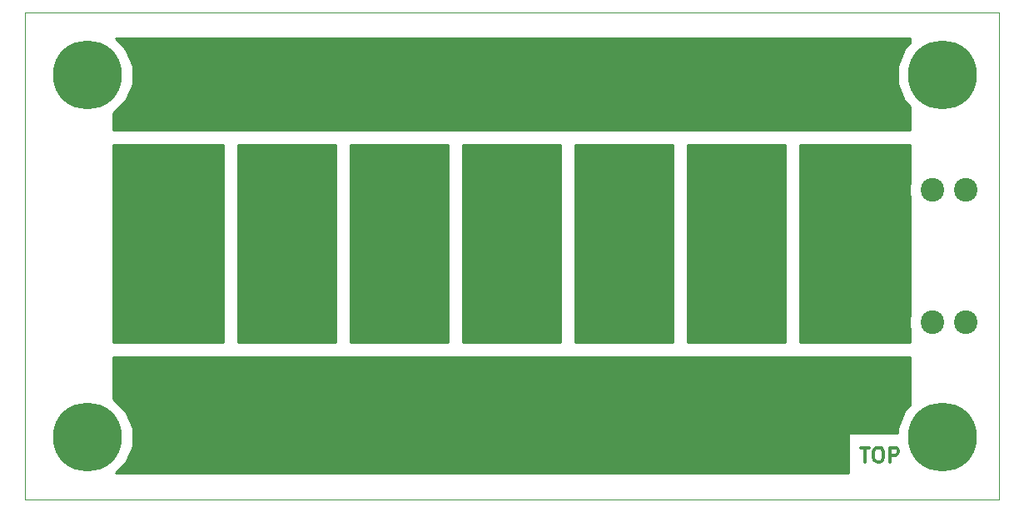
<source format=gbr>
G04 #@! TF.FileFunction,Copper,L1,Top,Signal*
%FSLAX46Y46*%
G04 Gerber Fmt 4.6, Leading zero omitted, Abs format (unit mm)*
G04 Created by KiCad (PCBNEW 4.0.6) date 06/22/17 12:13:26*
%MOMM*%
%LPD*%
G01*
G04 APERTURE LIST*
%ADD10C,0.100000*%
%ADD11C,0.300000*%
%ADD12C,7.000000*%
%ADD13C,2.400000*%
%ADD14C,4.572000*%
%ADD15C,0.250000*%
%ADD16C,0.254000*%
G04 APERTURE END LIST*
D10*
D11*
X176470714Y-121733571D02*
X177327857Y-121733571D01*
X176899286Y-123233571D02*
X176899286Y-121733571D01*
X178113571Y-121733571D02*
X178399285Y-121733571D01*
X178542143Y-121805000D01*
X178685000Y-121947857D01*
X178756428Y-122233571D01*
X178756428Y-122733571D01*
X178685000Y-123019286D01*
X178542143Y-123162143D01*
X178399285Y-123233571D01*
X178113571Y-123233571D01*
X177970714Y-123162143D01*
X177827857Y-123019286D01*
X177756428Y-122733571D01*
X177756428Y-122233571D01*
X177827857Y-121947857D01*
X177970714Y-121805000D01*
X178113571Y-121733571D01*
X179399286Y-123233571D02*
X179399286Y-121733571D01*
X179970714Y-121733571D01*
X180113572Y-121805000D01*
X180185000Y-121876429D01*
X180256429Y-122019286D01*
X180256429Y-122233571D01*
X180185000Y-122376429D01*
X180113572Y-122447857D01*
X179970714Y-122519286D01*
X179399286Y-122519286D01*
D10*
X91440000Y-77470000D02*
X97790000Y-77470000D01*
X97790000Y-127000000D02*
X91440000Y-127000000D01*
X184150000Y-127000000D02*
X190500000Y-127000000D01*
X184150000Y-77470000D02*
X190500000Y-77470000D01*
X91440000Y-127000000D02*
X91440000Y-77470000D01*
X184150000Y-127000000D02*
X97790000Y-127000000D01*
X190500000Y-77470000D02*
X190500000Y-127000000D01*
X97790000Y-77470000D02*
X184150000Y-77470000D01*
D12*
X184785000Y-83820000D03*
X97790000Y-83820000D03*
X97790000Y-120650000D03*
D13*
X108380000Y-105025000D03*
X104980000Y-105025000D03*
X108380000Y-118495000D03*
X104980000Y-118495000D03*
X119810000Y-105025000D03*
X116410000Y-105025000D03*
X119810000Y-118495000D03*
X116410000Y-118495000D03*
X131240000Y-105025000D03*
X127840000Y-105025000D03*
X131240000Y-118495000D03*
X127840000Y-118495000D03*
X142670000Y-105025000D03*
X139270000Y-105025000D03*
X142670000Y-118495000D03*
X139270000Y-118495000D03*
X154100000Y-105025000D03*
X150700000Y-105025000D03*
X154100000Y-118495000D03*
X150700000Y-118495000D03*
X165530000Y-105025000D03*
X162130000Y-105025000D03*
X165530000Y-118495000D03*
X162130000Y-118495000D03*
X176960000Y-105025000D03*
X173560000Y-105025000D03*
X176960000Y-118495000D03*
X173560000Y-118495000D03*
D14*
X106680000Y-94107000D03*
X106680000Y-86233000D03*
X118110000Y-94107000D03*
X118110000Y-86233000D03*
X129540000Y-94107000D03*
X129540000Y-86233000D03*
X140970000Y-94107000D03*
X140970000Y-86233000D03*
X152400000Y-94107000D03*
X152400000Y-86233000D03*
X163830000Y-94107000D03*
X163830000Y-86233000D03*
X175260000Y-94107000D03*
X175260000Y-86233000D03*
D12*
X184785000Y-120650000D03*
D13*
X183720000Y-108970000D03*
X187120000Y-108970000D03*
X183720000Y-95500000D03*
X187120000Y-95500000D03*
D15*
X108380000Y-105025000D02*
X104980000Y-105025000D01*
X106680000Y-94107000D02*
X106680000Y-103325000D01*
X106680000Y-103325000D02*
X108380000Y-105025000D01*
X104980000Y-118495000D02*
X108380000Y-118495000D01*
X108380000Y-118495000D02*
X116410000Y-118495000D01*
X116410000Y-118495000D02*
X119810000Y-118495000D01*
X119810000Y-118495000D02*
X127840000Y-118495000D01*
X127840000Y-118495000D02*
X131240000Y-118495000D01*
X131240000Y-118495000D02*
X139270000Y-118495000D01*
X139270000Y-118495000D02*
X142670000Y-118495000D01*
X142670000Y-118495000D02*
X150700000Y-118495000D01*
X150700000Y-118495000D02*
X154100000Y-118495000D01*
X154100000Y-118495000D02*
X162130000Y-118495000D01*
X162130000Y-118495000D02*
X165530000Y-118495000D01*
X165530000Y-118495000D02*
X173560000Y-118495000D01*
X173560000Y-118495000D02*
X176960000Y-118495000D01*
X119810000Y-105025000D02*
X116410000Y-105025000D01*
X118110000Y-94107000D02*
X118110000Y-103325000D01*
X118110000Y-103325000D02*
X119810000Y-105025000D01*
X127840000Y-105025000D02*
X131240000Y-105025000D01*
X129540000Y-94107000D02*
X129540000Y-103325000D01*
X129540000Y-103325000D02*
X131240000Y-105025000D01*
X142670000Y-105025000D02*
X139270000Y-105025000D01*
X140970000Y-94107000D02*
X140970000Y-103325000D01*
X140970000Y-103325000D02*
X142670000Y-105025000D01*
X154100000Y-105025000D02*
X150700000Y-105025000D01*
X152400000Y-94107000D02*
X152400000Y-103325000D01*
X152400000Y-103325000D02*
X154100000Y-105025000D01*
X165530000Y-105025000D02*
X162130000Y-105025000D01*
X163830000Y-94107000D02*
X163830000Y-103325000D01*
X163830000Y-103325000D02*
X165530000Y-105025000D01*
X176960000Y-105025000D02*
X173560000Y-105025000D01*
X175260000Y-94107000D02*
X175260000Y-103325000D01*
X175260000Y-103325000D02*
X176960000Y-105025000D01*
X106680000Y-86233000D02*
X118110000Y-86233000D01*
X118110000Y-86233000D02*
X129540000Y-86233000D01*
X129540000Y-86233000D02*
X140970000Y-86233000D01*
X140970000Y-86233000D02*
X152400000Y-86233000D01*
X152400000Y-86233000D02*
X163830000Y-86233000D01*
X163830000Y-86233000D02*
X175260000Y-86233000D01*
D16*
G36*
X181483000Y-80578379D02*
X180864708Y-81195593D01*
X180158805Y-82895595D01*
X180157199Y-84736329D01*
X180860133Y-86437561D01*
X181483000Y-87061516D01*
X181483000Y-89408000D01*
X100457000Y-89408000D01*
X100457000Y-87695514D01*
X101710292Y-86444407D01*
X102416195Y-84744405D01*
X102417801Y-82903671D01*
X101714867Y-81202439D01*
X100651285Y-80137000D01*
X181483000Y-80137000D01*
X181483000Y-80578379D01*
X181483000Y-80578379D01*
G37*
X181483000Y-80578379D02*
X180864708Y-81195593D01*
X180158805Y-82895595D01*
X180157199Y-84736329D01*
X180860133Y-86437561D01*
X181483000Y-87061516D01*
X181483000Y-89408000D01*
X100457000Y-89408000D01*
X100457000Y-87695514D01*
X101710292Y-86444407D01*
X102416195Y-84744405D01*
X102417801Y-82903671D01*
X101714867Y-81202439D01*
X100651285Y-80137000D01*
X181483000Y-80137000D01*
X181483000Y-80578379D01*
G36*
X111633000Y-110998000D02*
X100457000Y-110998000D01*
X100457000Y-90932000D01*
X111633000Y-90932000D01*
X111633000Y-110998000D01*
X111633000Y-110998000D01*
G37*
X111633000Y-110998000D02*
X100457000Y-110998000D01*
X100457000Y-90932000D01*
X111633000Y-90932000D01*
X111633000Y-110998000D01*
G36*
X123063000Y-110998000D02*
X113157000Y-110998000D01*
X113157000Y-90932000D01*
X123063000Y-90932000D01*
X123063000Y-110998000D01*
X123063000Y-110998000D01*
G37*
X123063000Y-110998000D02*
X113157000Y-110998000D01*
X113157000Y-90932000D01*
X123063000Y-90932000D01*
X123063000Y-110998000D01*
G36*
X145923000Y-110998000D02*
X136017000Y-110998000D01*
X136017000Y-90932000D01*
X145923000Y-90932000D01*
X145923000Y-110998000D01*
X145923000Y-110998000D01*
G37*
X145923000Y-110998000D02*
X136017000Y-110998000D01*
X136017000Y-90932000D01*
X145923000Y-90932000D01*
X145923000Y-110998000D01*
G36*
X157353000Y-110998000D02*
X147447000Y-110998000D01*
X147447000Y-90932000D01*
X157353000Y-90932000D01*
X157353000Y-110998000D01*
X157353000Y-110998000D01*
G37*
X157353000Y-110998000D02*
X147447000Y-110998000D01*
X147447000Y-90932000D01*
X157353000Y-90932000D01*
X157353000Y-110998000D01*
G36*
X168783000Y-110998000D02*
X158877000Y-110998000D01*
X158877000Y-90932000D01*
X168783000Y-90932000D01*
X168783000Y-110998000D01*
X168783000Y-110998000D01*
G37*
X168783000Y-110998000D02*
X158877000Y-110998000D01*
X158877000Y-90932000D01*
X168783000Y-90932000D01*
X168783000Y-110998000D01*
G36*
X181483000Y-94819329D02*
X181393404Y-95035100D01*
X181392597Y-95960838D01*
X181483000Y-96179630D01*
X181483000Y-108289329D01*
X181393404Y-108505100D01*
X181392597Y-109430838D01*
X181483000Y-109649630D01*
X181483000Y-110998000D01*
X170307000Y-110998000D01*
X170307000Y-90932000D01*
X181483000Y-90932000D01*
X181483000Y-94819329D01*
X181483000Y-94819329D01*
G37*
X181483000Y-94819329D02*
X181393404Y-95035100D01*
X181392597Y-95960838D01*
X181483000Y-96179630D01*
X181483000Y-108289329D01*
X181393404Y-108505100D01*
X181392597Y-109430838D01*
X181483000Y-109649630D01*
X181483000Y-110998000D01*
X170307000Y-110998000D01*
X170307000Y-90932000D01*
X181483000Y-90932000D01*
X181483000Y-94819329D01*
G36*
X134493000Y-110998000D02*
X124587000Y-110998000D01*
X124587000Y-90932000D01*
X134493000Y-90932000D01*
X134493000Y-110998000D01*
X134493000Y-110998000D01*
G37*
X134493000Y-110998000D02*
X124587000Y-110998000D01*
X124587000Y-90932000D01*
X134493000Y-90932000D01*
X134493000Y-110998000D01*
G36*
X181483000Y-117408379D02*
X180864708Y-118025593D01*
X180158805Y-119725595D01*
X180158367Y-120228000D01*
X175200857Y-120228000D01*
X175200857Y-124333000D01*
X100649850Y-124333000D01*
X101710292Y-123274407D01*
X102416195Y-121574405D01*
X102417801Y-119733671D01*
X101714867Y-118032439D01*
X100457000Y-116772375D01*
X100457000Y-112522000D01*
X181483000Y-112522000D01*
X181483000Y-117408379D01*
X181483000Y-117408379D01*
G37*
X181483000Y-117408379D02*
X180864708Y-118025593D01*
X180158805Y-119725595D01*
X180158367Y-120228000D01*
X175200857Y-120228000D01*
X175200857Y-124333000D01*
X100649850Y-124333000D01*
X101710292Y-123274407D01*
X102416195Y-121574405D01*
X102417801Y-119733671D01*
X101714867Y-118032439D01*
X100457000Y-116772375D01*
X100457000Y-112522000D01*
X181483000Y-112522000D01*
X181483000Y-117408379D01*
M02*

</source>
